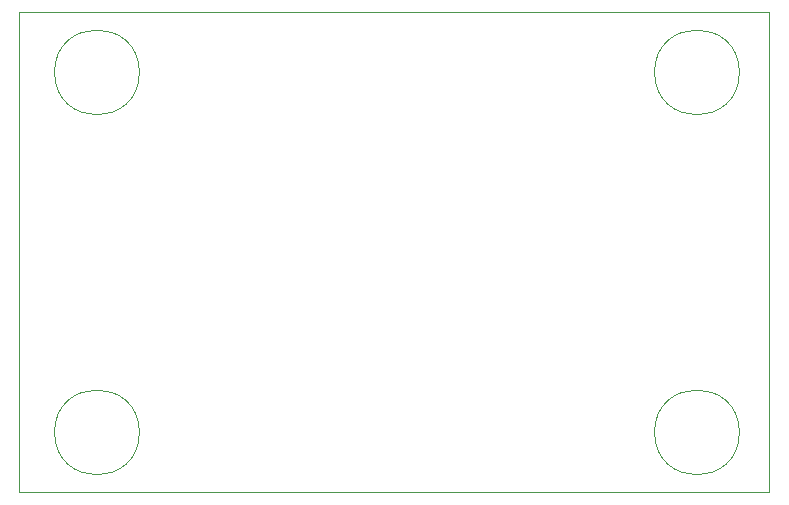
<source format=gbr>
%TF.GenerationSoftware,KiCad,Pcbnew,7.0.8*%
%TF.CreationDate,2023-10-07T13:31:36+02:00*%
%TF.ProjectId,Spannungsregler_(Zusatz),5370616e-6e75-46e6-9773-7265676c6572,rev?*%
%TF.SameCoordinates,Original*%
%TF.FileFunction,Profile,NP*%
%FSLAX46Y46*%
G04 Gerber Fmt 4.6, Leading zero omitted, Abs format (unit mm)*
G04 Created by KiCad (PCBNEW 7.0.8) date 2023-10-07 13:31:36*
%MOMM*%
%LPD*%
G01*
G04 APERTURE LIST*
%TA.AperFunction,Profile*%
%ADD10C,0.100000*%
%TD*%
G04 APERTURE END LIST*
D10*
X101600000Y-96520000D02*
G75*
G03*
X101600000Y-96520000I-3592102J0D01*
G01*
X101600000Y-66040000D02*
G75*
G03*
X101600000Y-66040000I-3592102J0D01*
G01*
X152400000Y-66040000D02*
G75*
G03*
X152400000Y-66040000I-3592102J0D01*
G01*
X152400000Y-96520000D02*
G75*
G03*
X152400000Y-96520000I-3592102J0D01*
G01*
X91440000Y-60960000D02*
X154940000Y-60960000D01*
X154940000Y-101600000D01*
X91440000Y-101600000D01*
X91440000Y-60960000D01*
M02*

</source>
